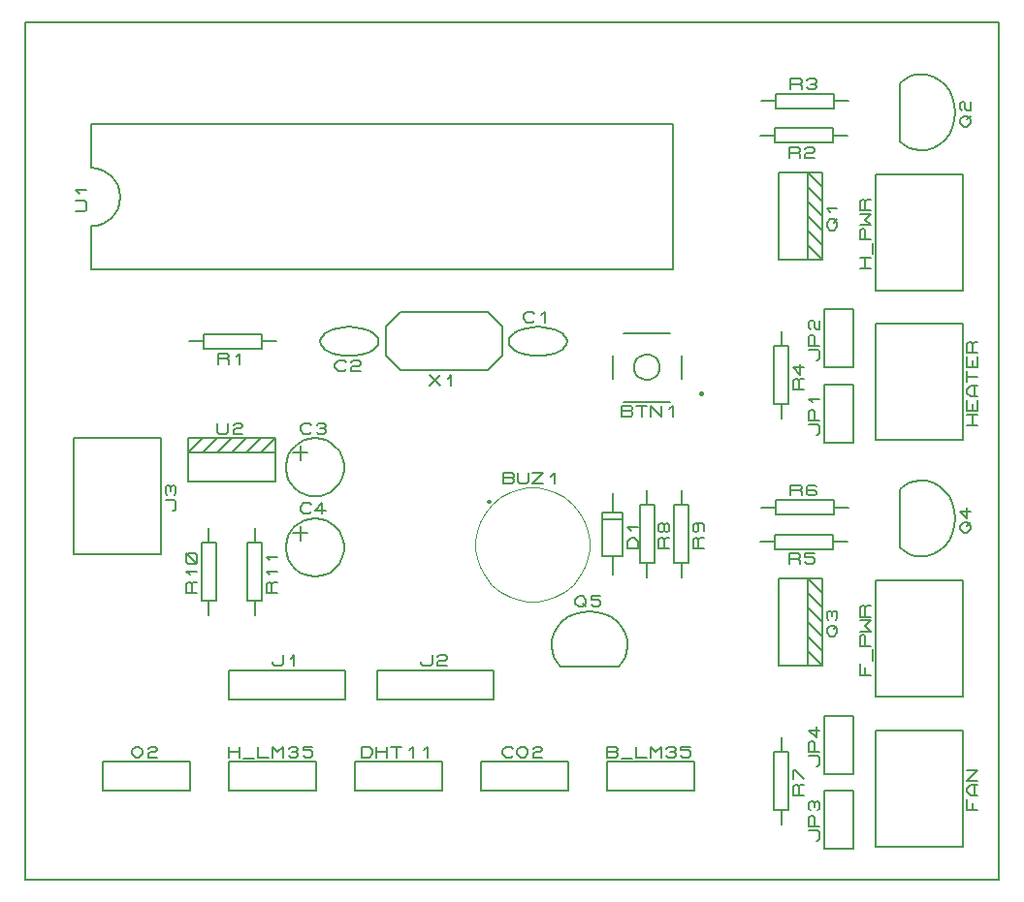
<source format=gbr>
G04 PROTEUS RS274X GERBER FILE*
%FSLAX45Y45*%
%MOMM*%
G01*
%ADD21C,0.203200*%
%ADD23C,0.120000*%
%ADD24C,0.200000*%
%ADD25C,0.127000*%
%ADD22C,0.254000*%
D21*
X+1529000Y+3548900D02*
X+2291000Y+3548900D01*
X+2291000Y+3802900D01*
X+1529000Y+3802900D01*
X+1529000Y+3548900D01*
X+1529000Y+3802900D02*
X+1529000Y+3929900D01*
X+2291000Y+3929900D01*
X+2291000Y+3802900D01*
X+1529000Y+3802900D02*
X+1656000Y+3929900D01*
X+1656000Y+3802900D02*
X+1783000Y+3929900D01*
X+1783000Y+3802900D02*
X+1910000Y+3929900D01*
X+1910000Y+3802900D02*
X+2037000Y+3929900D01*
X+2037000Y+3802900D02*
X+2164000Y+3929900D01*
X+2164000Y+3802900D02*
X+2291000Y+3929900D01*
X+1783000Y+4061980D02*
X+1783000Y+3985780D01*
X+1798875Y+3970540D01*
X+1862375Y+3970540D01*
X+1878250Y+3985780D01*
X+1878250Y+4061980D01*
X+1925875Y+4046740D02*
X+1941750Y+4061980D01*
X+1989375Y+4061980D01*
X+2005250Y+4046740D01*
X+2005250Y+4031500D01*
X+1989375Y+4016260D01*
X+1941750Y+4016260D01*
X+1925875Y+4001020D01*
X+1925875Y+3970540D01*
X+2005250Y+3970540D01*
X+2891000Y+3675900D02*
X+2890173Y+3696383D01*
X+2883455Y+3737350D01*
X+2869437Y+3778317D01*
X+2846659Y+3819284D01*
X+2811859Y+3860129D01*
X+2770892Y+3891745D01*
X+2729925Y+3912292D01*
X+2688958Y+3924529D01*
X+2647991Y+3929662D01*
X+2637000Y+3929900D01*
X+2383000Y+3675900D02*
X+2383827Y+3696383D01*
X+2390545Y+3737350D01*
X+2404563Y+3778317D01*
X+2427341Y+3819284D01*
X+2462141Y+3860129D01*
X+2503108Y+3891745D01*
X+2544075Y+3912292D01*
X+2585042Y+3924529D01*
X+2626009Y+3929662D01*
X+2637000Y+3929900D01*
X+2383000Y+3675900D02*
X+2383827Y+3655417D01*
X+2390545Y+3614450D01*
X+2404563Y+3573483D01*
X+2427341Y+3532516D01*
X+2462141Y+3491671D01*
X+2503108Y+3460055D01*
X+2544075Y+3439508D01*
X+2585042Y+3427271D01*
X+2626009Y+3422138D01*
X+2637000Y+3421900D01*
X+2891000Y+3675900D02*
X+2890173Y+3655417D01*
X+2883455Y+3614450D01*
X+2869437Y+3573483D01*
X+2846659Y+3532516D01*
X+2811859Y+3491671D01*
X+2770892Y+3460055D01*
X+2729925Y+3439508D01*
X+2688958Y+3427271D01*
X+2647991Y+3422138D01*
X+2637000Y+3421900D01*
X+2446500Y+3802900D02*
X+2573500Y+3802900D01*
X+2510000Y+3866400D02*
X+2510000Y+3739400D01*
X+2604330Y+3985780D02*
X+2588455Y+3970540D01*
X+2540830Y+3970540D01*
X+2509080Y+4001020D01*
X+2509080Y+4031500D01*
X+2540830Y+4061980D01*
X+2588455Y+4061980D01*
X+2604330Y+4046740D01*
X+2651955Y+4046740D02*
X+2667830Y+4061980D01*
X+2715455Y+4061980D01*
X+2731330Y+4046740D01*
X+2731330Y+4031500D01*
X+2715455Y+4016260D01*
X+2731330Y+4001020D01*
X+2731330Y+3985780D01*
X+2715455Y+3970540D01*
X+2667830Y+3970540D01*
X+2651955Y+3985780D01*
X+2683705Y+4016260D02*
X+2715455Y+4016260D01*
X+2891000Y+2975900D02*
X+2890173Y+2996383D01*
X+2883455Y+3037350D01*
X+2869437Y+3078317D01*
X+2846659Y+3119284D01*
X+2811859Y+3160129D01*
X+2770892Y+3191745D01*
X+2729925Y+3212292D01*
X+2688958Y+3224529D01*
X+2647991Y+3229662D01*
X+2637000Y+3229900D01*
X+2383000Y+2975900D02*
X+2383827Y+2996383D01*
X+2390545Y+3037350D01*
X+2404563Y+3078317D01*
X+2427341Y+3119284D01*
X+2462141Y+3160129D01*
X+2503108Y+3191745D01*
X+2544075Y+3212292D01*
X+2585042Y+3224529D01*
X+2626009Y+3229662D01*
X+2637000Y+3229900D01*
X+2383000Y+2975900D02*
X+2383827Y+2955417D01*
X+2390545Y+2914450D01*
X+2404563Y+2873483D01*
X+2427341Y+2832516D01*
X+2462141Y+2791671D01*
X+2503108Y+2760055D01*
X+2544075Y+2739508D01*
X+2585042Y+2727271D01*
X+2626009Y+2722138D01*
X+2637000Y+2721900D01*
X+2891000Y+2975900D02*
X+2890173Y+2955417D01*
X+2883455Y+2914450D01*
X+2869437Y+2873483D01*
X+2846659Y+2832516D01*
X+2811859Y+2791671D01*
X+2770892Y+2760055D01*
X+2729925Y+2739508D01*
X+2688958Y+2727271D01*
X+2647991Y+2722138D01*
X+2637000Y+2721900D01*
X+2446500Y+3102900D02*
X+2573500Y+3102900D01*
X+2510000Y+3166400D02*
X+2510000Y+3039400D01*
X+2604330Y+3285780D02*
X+2588455Y+3270540D01*
X+2540830Y+3270540D01*
X+2509080Y+3301020D01*
X+2509080Y+3331500D01*
X+2540830Y+3361980D01*
X+2588455Y+3361980D01*
X+2604330Y+3346740D01*
X+2731330Y+3301020D02*
X+2636080Y+3301020D01*
X+2699580Y+3361980D01*
X+2699580Y+3270540D01*
X+529000Y+3929900D02*
X+1291000Y+3929900D01*
X+1291000Y+2913900D02*
X+529000Y+2913900D01*
X+529000Y+3929900D02*
X+529000Y+2913900D01*
X+1291000Y+3929900D02*
X+1291000Y+2913900D01*
X+1392600Y+3294900D02*
X+1407840Y+3294900D01*
X+1423080Y+3310775D01*
X+1423080Y+3374275D01*
X+1407840Y+3390150D01*
X+1331640Y+3390150D01*
X+1346880Y+3437775D02*
X+1331640Y+3453650D01*
X+1331640Y+3501275D01*
X+1346880Y+3517150D01*
X+1362120Y+3517150D01*
X+1377360Y+3501275D01*
X+1392600Y+3517150D01*
X+1407840Y+3517150D01*
X+1423080Y+3501275D01*
X+1423080Y+3453650D01*
X+1407840Y+3437775D01*
X+1377360Y+3469525D02*
X+1377360Y+3501275D01*
X+1710000Y+2386900D02*
X+1710000Y+2513900D01*
X+1646500Y+2513900D02*
X+1773500Y+2513900D01*
X+1773500Y+3021900D01*
X+1646500Y+3021900D01*
X+1646500Y+2513900D01*
X+1710000Y+3021900D02*
X+1710000Y+3148900D01*
X+1605860Y+2577400D02*
X+1514420Y+2577400D01*
X+1514420Y+2656775D01*
X+1529660Y+2672650D01*
X+1544900Y+2672650D01*
X+1560140Y+2656775D01*
X+1560140Y+2577400D01*
X+1560140Y+2656775D02*
X+1575380Y+2672650D01*
X+1605860Y+2672650D01*
X+1544900Y+2736150D02*
X+1514420Y+2767900D01*
X+1605860Y+2767900D01*
X+1590620Y+2831400D02*
X+1529660Y+2831400D01*
X+1514420Y+2847275D01*
X+1514420Y+2910775D01*
X+1529660Y+2926650D01*
X+1590620Y+2926650D01*
X+1605860Y+2910775D01*
X+1605860Y+2847275D01*
X+1590620Y+2831400D01*
X+1605860Y+2831400D02*
X+1514420Y+2926650D01*
X+2110000Y+3148900D02*
X+2110000Y+3021900D01*
X+2046500Y+2513900D02*
X+2173500Y+2513900D01*
X+2173500Y+3021900D01*
X+2046500Y+3021900D01*
X+2046500Y+2513900D01*
X+2110000Y+2513900D02*
X+2110000Y+2386900D01*
X+2305580Y+2577400D02*
X+2214140Y+2577400D01*
X+2214140Y+2656775D01*
X+2229380Y+2672650D01*
X+2244620Y+2672650D01*
X+2259860Y+2656775D01*
X+2259860Y+2577400D01*
X+2259860Y+2656775D02*
X+2275100Y+2672650D01*
X+2305580Y+2672650D01*
X+2244620Y+2736150D02*
X+2214140Y+2767900D01*
X+2305580Y+2767900D01*
X+2244620Y+2863150D02*
X+2214140Y+2894900D01*
X+2305580Y+2894900D01*
X+6683000Y+5494900D02*
X+6937000Y+5494900D01*
X+6937000Y+6256900D01*
X+6683000Y+6256900D01*
X+6683000Y+5494900D01*
X+6937000Y+6256900D02*
X+7064000Y+6256900D01*
X+7064000Y+5494900D01*
X+6937000Y+5494900D01*
X+6937000Y+6256900D02*
X+7064000Y+6129900D01*
X+6937000Y+6129900D02*
X+7064000Y+6002900D01*
X+6937000Y+6002900D02*
X+7064000Y+5875900D01*
X+6937000Y+5875900D02*
X+7064000Y+5748900D01*
X+6937000Y+5748900D02*
X+7064000Y+5621900D01*
X+6937000Y+5621900D02*
X+7064000Y+5494900D01*
X+7135120Y+5748900D02*
X+7104640Y+5780650D01*
X+7104640Y+5812400D01*
X+7135120Y+5844150D01*
X+7165600Y+5844150D01*
X+7196080Y+5812400D01*
X+7196080Y+5780650D01*
X+7165600Y+5748900D01*
X+7135120Y+5748900D01*
X+7165600Y+5812400D02*
X+7196080Y+5844150D01*
X+7135120Y+5907650D02*
X+7104640Y+5939400D01*
X+7196080Y+5939400D01*
X+7744900Y+7033100D02*
X+7744900Y+6525100D01*
X+7910000Y+7109300D02*
X+7871702Y+7104538D01*
X+7832212Y+7090250D01*
X+7790342Y+7066438D01*
X+7744900Y+7033100D01*
X+7910000Y+7109300D02*
X+7974918Y+7106669D01*
X+8034953Y+7090188D01*
X+8088942Y+7061261D01*
X+8135722Y+7021293D01*
X+8174131Y+6971688D01*
X+8203005Y+6913851D01*
X+8221182Y+6849187D01*
X+8227500Y+6779100D01*
X+7910000Y+6448900D02*
X+7871702Y+6453662D01*
X+7832212Y+6467950D01*
X+7790342Y+6491762D01*
X+7744900Y+6525100D01*
X+7910000Y+6448900D02*
X+7974918Y+6451531D01*
X+8034953Y+6468012D01*
X+8088942Y+6496939D01*
X+8135722Y+6536907D01*
X+8174131Y+6586512D01*
X+8203005Y+6644349D01*
X+8221182Y+6709013D01*
X+8227500Y+6779100D01*
X+8298620Y+6652100D02*
X+8268140Y+6683850D01*
X+8268140Y+6715600D01*
X+8298620Y+6747350D01*
X+8329100Y+6747350D01*
X+8359580Y+6715600D01*
X+8359580Y+6683850D01*
X+8329100Y+6652100D01*
X+8298620Y+6652100D01*
X+8329100Y+6715600D02*
X+8359580Y+6747350D01*
X+8283380Y+6794975D02*
X+8268140Y+6810850D01*
X+8268140Y+6858475D01*
X+8283380Y+6874350D01*
X+8298620Y+6874350D01*
X+8313860Y+6858475D01*
X+8313860Y+6810850D01*
X+8329100Y+6794975D01*
X+8359580Y+6794975D01*
X+8359580Y+6874350D01*
X+7283000Y+6575900D02*
X+7156000Y+6575900D01*
X+6648000Y+6512400D02*
X+7156000Y+6512400D01*
X+7156000Y+6639400D01*
X+6648000Y+6639400D01*
X+6648000Y+6512400D01*
X+6648000Y+6575900D02*
X+6521000Y+6575900D01*
X+6775000Y+6380320D02*
X+6775000Y+6471760D01*
X+6854375Y+6471760D01*
X+6870250Y+6456520D01*
X+6870250Y+6441280D01*
X+6854375Y+6426040D01*
X+6775000Y+6426040D01*
X+6854375Y+6426040D02*
X+6870250Y+6410800D01*
X+6870250Y+6380320D01*
X+6917875Y+6456520D02*
X+6933750Y+6471760D01*
X+6981375Y+6471760D01*
X+6997250Y+6456520D01*
X+6997250Y+6441280D01*
X+6981375Y+6426040D01*
X+6933750Y+6426040D01*
X+6917875Y+6410800D01*
X+6917875Y+6380320D01*
X+6997250Y+6380320D01*
X+7299000Y+6875900D02*
X+7172000Y+6875900D01*
X+6664000Y+6812400D02*
X+7172000Y+6812400D01*
X+7172000Y+6939400D01*
X+6664000Y+6939400D01*
X+6664000Y+6812400D01*
X+6664000Y+6875900D02*
X+6537000Y+6875900D01*
X+6791000Y+6980320D02*
X+6791000Y+7071760D01*
X+6870375Y+7071760D01*
X+6886250Y+7056520D01*
X+6886250Y+7041280D01*
X+6870375Y+7026040D01*
X+6791000Y+7026040D01*
X+6870375Y+7026040D02*
X+6886250Y+7010800D01*
X+6886250Y+6980320D01*
X+6933875Y+7056520D02*
X+6949750Y+7071760D01*
X+6997375Y+7071760D01*
X+7013250Y+7056520D01*
X+7013250Y+7041280D01*
X+6997375Y+7026040D01*
X+7013250Y+7010800D01*
X+7013250Y+6995560D01*
X+6997375Y+6980320D01*
X+6949750Y+6980320D01*
X+6933875Y+6995560D01*
X+6965625Y+7026040D02*
X+6997375Y+7026040D01*
X+6710000Y+4864900D02*
X+6710000Y+4737900D01*
X+6646500Y+4229900D02*
X+6773500Y+4229900D01*
X+6773500Y+4737900D01*
X+6646500Y+4737900D01*
X+6646500Y+4229900D01*
X+6710000Y+4229900D02*
X+6710000Y+4102900D01*
X+6905580Y+4356900D02*
X+6814140Y+4356900D01*
X+6814140Y+4436275D01*
X+6829380Y+4452150D01*
X+6844620Y+4452150D01*
X+6859860Y+4436275D01*
X+6859860Y+4356900D01*
X+6859860Y+4436275D02*
X+6875100Y+4452150D01*
X+6905580Y+4452150D01*
X+6875100Y+4579150D02*
X+6875100Y+4483900D01*
X+6814140Y+4547400D01*
X+6905580Y+4547400D01*
X+7083000Y+3894900D02*
X+7337000Y+3894900D01*
X+7337000Y+4402900D01*
X+7083000Y+4402900D01*
X+7083000Y+3894900D01*
X+7011880Y+3958400D02*
X+7027120Y+3958400D01*
X+7042360Y+3974275D01*
X+7042360Y+4037775D01*
X+7027120Y+4053650D01*
X+6950920Y+4053650D01*
X+7042360Y+4085400D02*
X+6950920Y+4085400D01*
X+6950920Y+4164775D01*
X+6966160Y+4180650D01*
X+6981400Y+4180650D01*
X+6996640Y+4164775D01*
X+6996640Y+4085400D01*
X+6981400Y+4244150D02*
X+6950920Y+4275900D01*
X+7042360Y+4275900D01*
X+7529000Y+4929900D02*
X+8291000Y+4929900D01*
X+8291000Y+3913900D02*
X+7529000Y+3913900D01*
X+7529000Y+4929900D02*
X+7529000Y+3913900D01*
X+8291000Y+4929900D02*
X+8291000Y+3913900D01*
X+8423080Y+4040900D02*
X+8331640Y+4040900D01*
X+8331640Y+4136150D02*
X+8423080Y+4136150D01*
X+8377360Y+4040900D02*
X+8377360Y+4136150D01*
X+8423080Y+4263150D02*
X+8423080Y+4167900D01*
X+8331640Y+4167900D01*
X+8331640Y+4263150D01*
X+8377360Y+4167900D02*
X+8377360Y+4231400D01*
X+8423080Y+4294900D02*
X+8362120Y+4294900D01*
X+8331640Y+4326650D01*
X+8331640Y+4358400D01*
X+8362120Y+4390150D01*
X+8423080Y+4390150D01*
X+8392600Y+4294900D02*
X+8392600Y+4390150D01*
X+8331640Y+4421900D02*
X+8331640Y+4517150D01*
X+8331640Y+4469525D02*
X+8423080Y+4469525D01*
X+8423080Y+4644150D02*
X+8423080Y+4548900D01*
X+8331640Y+4548900D01*
X+8331640Y+4644150D01*
X+8377360Y+4548900D02*
X+8377360Y+4612400D01*
X+8423080Y+4675900D02*
X+8331640Y+4675900D01*
X+8331640Y+4755275D01*
X+8346880Y+4771150D01*
X+8362120Y+4771150D01*
X+8377360Y+4755275D01*
X+8377360Y+4675900D01*
X+8377360Y+4755275D02*
X+8392600Y+4771150D01*
X+8423080Y+4771150D01*
X+8291000Y+5221520D02*
X+7529000Y+5221520D01*
X+7529000Y+6237520D02*
X+8291000Y+6237520D01*
X+8291000Y+5221520D02*
X+8291000Y+6237520D01*
X+7529000Y+5221520D02*
X+7529000Y+6237520D01*
X+7488360Y+5412020D02*
X+7396920Y+5412020D01*
X+7396920Y+5507270D02*
X+7488360Y+5507270D01*
X+7442640Y+5412020D02*
X+7442640Y+5507270D01*
X+7503600Y+5539020D02*
X+7503600Y+5634270D01*
X+7488360Y+5666020D02*
X+7396920Y+5666020D01*
X+7396920Y+5745395D01*
X+7412160Y+5761270D01*
X+7427400Y+5761270D01*
X+7442640Y+5745395D01*
X+7442640Y+5666020D01*
X+7396920Y+5793020D02*
X+7488360Y+5793020D01*
X+7442640Y+5840645D01*
X+7488360Y+5888270D01*
X+7396920Y+5888270D01*
X+7488360Y+5920020D02*
X+7396920Y+5920020D01*
X+7396920Y+5999395D01*
X+7412160Y+6015270D01*
X+7427400Y+6015270D01*
X+7442640Y+5999395D01*
X+7442640Y+5920020D01*
X+7442640Y+5999395D02*
X+7457880Y+6015270D01*
X+7488360Y+6015270D01*
X+7083000Y+4548900D02*
X+7337000Y+4548900D01*
X+7337000Y+5056900D01*
X+7083000Y+5056900D01*
X+7083000Y+4548900D01*
X+7011880Y+4612400D02*
X+7027120Y+4612400D01*
X+7042360Y+4628275D01*
X+7042360Y+4691775D01*
X+7027120Y+4707650D01*
X+6950920Y+4707650D01*
X+7042360Y+4739400D02*
X+6950920Y+4739400D01*
X+6950920Y+4818775D01*
X+6966160Y+4834650D01*
X+6981400Y+4834650D01*
X+6996640Y+4818775D01*
X+6996640Y+4739400D01*
X+6966160Y+4882275D02*
X+6950920Y+4898150D01*
X+6950920Y+4945775D01*
X+6966160Y+4961650D01*
X+6981400Y+4961650D01*
X+6996640Y+4945775D01*
X+6996640Y+4898150D01*
X+7011880Y+4882275D01*
X+7042360Y+4882275D01*
X+7042360Y+4961650D01*
X+6683000Y+1945505D02*
X+6937000Y+1945505D01*
X+6937000Y+2707505D01*
X+6683000Y+2707505D01*
X+6683000Y+1945505D01*
X+6937000Y+2707505D02*
X+7064000Y+2707505D01*
X+7064000Y+1945505D01*
X+6937000Y+1945505D01*
X+6937000Y+2707505D02*
X+7064000Y+2580505D01*
X+6937000Y+2580505D02*
X+7064000Y+2453505D01*
X+6937000Y+2453505D02*
X+7064000Y+2326505D01*
X+6937000Y+2326505D02*
X+7064000Y+2199505D01*
X+6937000Y+2199505D02*
X+7064000Y+2072505D01*
X+6937000Y+2072505D02*
X+7064000Y+1945505D01*
X+7135120Y+2199505D02*
X+7104640Y+2231255D01*
X+7104640Y+2263005D01*
X+7135120Y+2294755D01*
X+7165600Y+2294755D01*
X+7196080Y+2263005D01*
X+7196080Y+2231255D01*
X+7165600Y+2199505D01*
X+7135120Y+2199505D01*
X+7165600Y+2263005D02*
X+7196080Y+2294755D01*
X+7119880Y+2342380D02*
X+7104640Y+2358255D01*
X+7104640Y+2405880D01*
X+7119880Y+2421755D01*
X+7135120Y+2421755D01*
X+7150360Y+2405880D01*
X+7165600Y+2421755D01*
X+7180840Y+2421755D01*
X+7196080Y+2405880D01*
X+7196080Y+2358255D01*
X+7180840Y+2342380D01*
X+7150360Y+2374130D02*
X+7150360Y+2405880D01*
X+7744900Y+3483705D02*
X+7744900Y+2975705D01*
X+7910000Y+3559905D02*
X+7871702Y+3555142D01*
X+7832212Y+3540855D01*
X+7790342Y+3517042D01*
X+7744900Y+3483705D01*
X+7910000Y+3559905D02*
X+7974918Y+3557274D01*
X+8034953Y+3540793D01*
X+8088942Y+3511866D01*
X+8135722Y+3471898D01*
X+8174131Y+3422293D01*
X+8203005Y+3364456D01*
X+8221182Y+3299792D01*
X+8227500Y+3229705D01*
X+7910000Y+2899505D02*
X+7871702Y+2904268D01*
X+7832212Y+2918555D01*
X+7790342Y+2942368D01*
X+7744900Y+2975705D01*
X+7910000Y+2899505D02*
X+7974918Y+2902136D01*
X+8034953Y+2918617D01*
X+8088942Y+2947544D01*
X+8135722Y+2987512D01*
X+8174131Y+3037117D01*
X+8203005Y+3094954D01*
X+8221182Y+3159618D01*
X+8227500Y+3229705D01*
X+8298620Y+3102705D02*
X+8268140Y+3134455D01*
X+8268140Y+3166205D01*
X+8298620Y+3197955D01*
X+8329100Y+3197955D01*
X+8359580Y+3166205D01*
X+8359580Y+3134455D01*
X+8329100Y+3102705D01*
X+8298620Y+3102705D01*
X+8329100Y+3166205D02*
X+8359580Y+3197955D01*
X+8329100Y+3324955D02*
X+8329100Y+3229705D01*
X+8268140Y+3293205D01*
X+8359580Y+3293205D01*
X+7283000Y+3026505D02*
X+7156000Y+3026505D01*
X+6648000Y+2963005D02*
X+7156000Y+2963005D01*
X+7156000Y+3090005D01*
X+6648000Y+3090005D01*
X+6648000Y+2963005D01*
X+6648000Y+3026505D02*
X+6521000Y+3026505D01*
X+6775000Y+2830925D02*
X+6775000Y+2922365D01*
X+6854375Y+2922365D01*
X+6870250Y+2907125D01*
X+6870250Y+2891885D01*
X+6854375Y+2876645D01*
X+6775000Y+2876645D01*
X+6854375Y+2876645D02*
X+6870250Y+2861405D01*
X+6870250Y+2830925D01*
X+6997250Y+2922365D02*
X+6917875Y+2922365D01*
X+6917875Y+2891885D01*
X+6981375Y+2891885D01*
X+6997250Y+2876645D01*
X+6997250Y+2846165D01*
X+6981375Y+2830925D01*
X+6933750Y+2830925D01*
X+6917875Y+2846165D01*
X+7299000Y+3326505D02*
X+7172000Y+3326505D01*
X+6664000Y+3263005D02*
X+7172000Y+3263005D01*
X+7172000Y+3390005D01*
X+6664000Y+3390005D01*
X+6664000Y+3263005D01*
X+6664000Y+3326505D02*
X+6537000Y+3326505D01*
X+6791000Y+3430925D02*
X+6791000Y+3522365D01*
X+6870375Y+3522365D01*
X+6886250Y+3507125D01*
X+6886250Y+3491885D01*
X+6870375Y+3476645D01*
X+6791000Y+3476645D01*
X+6870375Y+3476645D02*
X+6886250Y+3461405D01*
X+6886250Y+3430925D01*
X+7013250Y+3507125D02*
X+6997375Y+3522365D01*
X+6949750Y+3522365D01*
X+6933875Y+3507125D01*
X+6933875Y+3446165D01*
X+6949750Y+3430925D01*
X+6997375Y+3430925D01*
X+7013250Y+3446165D01*
X+7013250Y+3461405D01*
X+6997375Y+3476645D01*
X+6933875Y+3476645D01*
X+6710000Y+1315505D02*
X+6710000Y+1188505D01*
X+6646500Y+680505D02*
X+6773500Y+680505D01*
X+6773500Y+1188505D01*
X+6646500Y+1188505D01*
X+6646500Y+680505D01*
X+6710000Y+680505D02*
X+6710000Y+553505D01*
X+6905580Y+807505D02*
X+6814140Y+807505D01*
X+6814140Y+886880D01*
X+6829380Y+902755D01*
X+6844620Y+902755D01*
X+6859860Y+886880D01*
X+6859860Y+807505D01*
X+6859860Y+886880D02*
X+6875100Y+902755D01*
X+6905580Y+902755D01*
X+6814140Y+950380D02*
X+6814140Y+1029755D01*
X+6829380Y+1029755D01*
X+6905580Y+950380D01*
X+7083000Y+345505D02*
X+7337000Y+345505D01*
X+7337000Y+853505D01*
X+7083000Y+853505D01*
X+7083000Y+345505D01*
X+7011880Y+409005D02*
X+7027120Y+409005D01*
X+7042360Y+424880D01*
X+7042360Y+488380D01*
X+7027120Y+504255D01*
X+6950920Y+504255D01*
X+7042360Y+536005D02*
X+6950920Y+536005D01*
X+6950920Y+615380D01*
X+6966160Y+631255D01*
X+6981400Y+631255D01*
X+6996640Y+615380D01*
X+6996640Y+536005D01*
X+6966160Y+678880D02*
X+6950920Y+694755D01*
X+6950920Y+742380D01*
X+6966160Y+758255D01*
X+6981400Y+758255D01*
X+6996640Y+742380D01*
X+7011880Y+758255D01*
X+7027120Y+758255D01*
X+7042360Y+742380D01*
X+7042360Y+694755D01*
X+7027120Y+678880D01*
X+6996640Y+710630D02*
X+6996640Y+742380D01*
X+7529000Y+1380505D02*
X+8291000Y+1380505D01*
X+8291000Y+364505D02*
X+7529000Y+364505D01*
X+7529000Y+1380505D02*
X+7529000Y+364505D01*
X+8291000Y+1380505D02*
X+8291000Y+364505D01*
X+8423080Y+682005D02*
X+8331640Y+682005D01*
X+8331640Y+777255D01*
X+8377360Y+682005D02*
X+8377360Y+745505D01*
X+8423080Y+809005D02*
X+8362120Y+809005D01*
X+8331640Y+840755D01*
X+8331640Y+872505D01*
X+8362120Y+904255D01*
X+8423080Y+904255D01*
X+8392600Y+809005D02*
X+8392600Y+904255D01*
X+8423080Y+936005D02*
X+8331640Y+936005D01*
X+8423080Y+1031255D01*
X+8331640Y+1031255D01*
X+8291000Y+1672125D02*
X+7529000Y+1672125D01*
X+7529000Y+2688125D02*
X+8291000Y+2688125D01*
X+8291000Y+1672125D02*
X+8291000Y+2688125D01*
X+7529000Y+1672125D02*
X+7529000Y+2688125D01*
X+7488360Y+1862625D02*
X+7396920Y+1862625D01*
X+7396920Y+1957875D01*
X+7442640Y+1862625D02*
X+7442640Y+1926125D01*
X+7503600Y+1989625D02*
X+7503600Y+2084875D01*
X+7488360Y+2116625D02*
X+7396920Y+2116625D01*
X+7396920Y+2196000D01*
X+7412160Y+2211875D01*
X+7427400Y+2211875D01*
X+7442640Y+2196000D01*
X+7442640Y+2116625D01*
X+7396920Y+2243625D02*
X+7488360Y+2243625D01*
X+7442640Y+2291250D01*
X+7488360Y+2338875D01*
X+7396920Y+2338875D01*
X+7488360Y+2370625D02*
X+7396920Y+2370625D01*
X+7396920Y+2450000D01*
X+7412160Y+2465875D01*
X+7427400Y+2465875D01*
X+7442640Y+2450000D01*
X+7442640Y+2370625D01*
X+7442640Y+2450000D02*
X+7457880Y+2465875D01*
X+7488360Y+2465875D01*
X+7083000Y+999505D02*
X+7337000Y+999505D01*
X+7337000Y+1507505D01*
X+7083000Y+1507505D01*
X+7083000Y+999505D01*
X+7011880Y+1063005D02*
X+7027120Y+1063005D01*
X+7042360Y+1078880D01*
X+7042360Y+1142380D01*
X+7027120Y+1158255D01*
X+6950920Y+1158255D01*
X+7042360Y+1190005D02*
X+6950920Y+1190005D01*
X+6950920Y+1269380D01*
X+6966160Y+1285255D01*
X+6981400Y+1285255D01*
X+6996640Y+1269380D01*
X+6996640Y+1190005D01*
X+7011880Y+1412255D02*
X+7011880Y+1317005D01*
X+6950920Y+1380505D01*
X+7042360Y+1380505D01*
X+4781000Y+1935800D02*
X+5289000Y+1935800D01*
X+4704800Y+2100900D02*
X+4709562Y+2062602D01*
X+4723850Y+2023112D01*
X+4747662Y+1981242D01*
X+4781000Y+1935800D01*
X+4704800Y+2100900D02*
X+4707431Y+2165818D01*
X+4723912Y+2225853D01*
X+4752839Y+2279842D01*
X+4792807Y+2326622D01*
X+4842412Y+2365031D01*
X+4900249Y+2393905D01*
X+4964913Y+2412083D01*
X+5035000Y+2418400D01*
X+5365200Y+2100900D02*
X+5360438Y+2062602D01*
X+5346150Y+2023112D01*
X+5322338Y+1981242D01*
X+5289000Y+1935800D01*
X+5365200Y+2100900D02*
X+5362569Y+2165818D01*
X+5346088Y+2225853D01*
X+5317161Y+2279842D01*
X+5277193Y+2326622D01*
X+5227588Y+2365031D01*
X+5169751Y+2393905D01*
X+5105087Y+2412083D01*
X+5035000Y+2418400D01*
X+4908000Y+2520000D02*
X+4939750Y+2550480D01*
X+4971500Y+2550480D01*
X+5003250Y+2520000D01*
X+5003250Y+2489520D01*
X+4971500Y+2459040D01*
X+4939750Y+2459040D01*
X+4908000Y+2489520D01*
X+4908000Y+2520000D01*
X+4971500Y+2489520D02*
X+5003250Y+2459040D01*
X+5130250Y+2550480D02*
X+5050875Y+2550480D01*
X+5050875Y+2520000D01*
X+5114375Y+2520000D01*
X+5130250Y+2504760D01*
X+5130250Y+2474280D01*
X+5114375Y+2459040D01*
X+5066750Y+2459040D01*
X+5050875Y+2474280D01*
D23*
X+5035000Y+3000900D02*
X+5033469Y+3040000D01*
X+5021046Y+3118201D01*
X+4995194Y+3196402D01*
X+4953434Y+3274603D01*
X+4890195Y+3352804D01*
X+4812002Y+3417157D01*
X+4733801Y+3459679D01*
X+4655600Y+3486138D01*
X+4577399Y+3499099D01*
X+4535000Y+3500900D01*
X+4035000Y+3000900D02*
X+4036531Y+3040000D01*
X+4048954Y+3118201D01*
X+4074806Y+3196402D01*
X+4116566Y+3274603D01*
X+4179805Y+3352804D01*
X+4257998Y+3417157D01*
X+4336199Y+3459679D01*
X+4414400Y+3486138D01*
X+4492601Y+3499099D01*
X+4535000Y+3500900D01*
X+4035000Y+3000900D02*
X+4036531Y+2961800D01*
X+4048954Y+2883599D01*
X+4074806Y+2805398D01*
X+4116566Y+2727197D01*
X+4179805Y+2648996D01*
X+4257998Y+2584643D01*
X+4336199Y+2542121D01*
X+4414400Y+2515662D01*
X+4492601Y+2502701D01*
X+4535000Y+2500900D01*
X+5035000Y+3000900D02*
X+5033469Y+2961800D01*
X+5021046Y+2883599D01*
X+4995194Y+2805398D01*
X+4953434Y+2727197D01*
X+4890195Y+2648996D01*
X+4812002Y+2584643D01*
X+4733801Y+2542121D01*
X+4655600Y+2515662D01*
X+4577399Y+2502701D01*
X+4535000Y+2500900D01*
D24*
X+4169000Y+3376900D02*
X+4168965Y+3377731D01*
X+4168684Y+3379395D01*
X+4168094Y+3381059D01*
X+4167130Y+3382723D01*
X+4165655Y+3384364D01*
X+4163991Y+3385565D01*
X+4162327Y+3386330D01*
X+4160663Y+3386761D01*
X+4159000Y+3386900D01*
X+4149000Y+3376900D02*
X+4149035Y+3377731D01*
X+4149316Y+3379395D01*
X+4149906Y+3381059D01*
X+4150870Y+3382723D01*
X+4152345Y+3384364D01*
X+4154009Y+3385565D01*
X+4155673Y+3386330D01*
X+4157337Y+3386761D01*
X+4159000Y+3386900D01*
X+4149000Y+3376900D02*
X+4149035Y+3376069D01*
X+4149316Y+3374405D01*
X+4149906Y+3372741D01*
X+4150870Y+3371077D01*
X+4152345Y+3369436D01*
X+4154009Y+3368235D01*
X+4155673Y+3367470D01*
X+4157337Y+3367039D01*
X+4159000Y+3366900D01*
X+4169000Y+3376900D02*
X+4168965Y+3376069D01*
X+4168684Y+3374405D01*
X+4168094Y+3372741D01*
X+4167130Y+3371077D01*
X+4165655Y+3369436D01*
X+4163991Y+3368235D01*
X+4162327Y+3367470D01*
X+4160663Y+3367039D01*
X+4159000Y+3366900D01*
D21*
X+4281000Y+3537380D02*
X+4281000Y+3628820D01*
X+4360375Y+3628820D01*
X+4376250Y+3613580D01*
X+4376250Y+3598340D01*
X+4360375Y+3583100D01*
X+4376250Y+3567860D01*
X+4376250Y+3552620D01*
X+4360375Y+3537380D01*
X+4281000Y+3537380D01*
X+4281000Y+3583100D02*
X+4360375Y+3583100D01*
X+4408000Y+3628820D02*
X+4408000Y+3552620D01*
X+4423875Y+3537380D01*
X+4487375Y+3537380D01*
X+4503250Y+3552620D01*
X+4503250Y+3628820D01*
X+4535000Y+3628820D02*
X+4630250Y+3628820D01*
X+4535000Y+3537380D01*
X+4630250Y+3537380D01*
X+4693750Y+3598340D02*
X+4725500Y+3628820D01*
X+4725500Y+3537380D01*
X+5143560Y+2902400D02*
X+5326440Y+2902400D01*
X+5326440Y+3283400D01*
X+5143560Y+3283400D01*
X+5143560Y+2902400D01*
X+5323900Y+3219900D02*
X+5146100Y+3219900D01*
X+5235000Y+2902400D02*
X+5235000Y+2737300D01*
X+5235000Y+3283400D02*
X+5235000Y+3448500D01*
X+5458520Y+2965900D02*
X+5367080Y+2965900D01*
X+5367080Y+3029400D01*
X+5397560Y+3061150D01*
X+5428040Y+3061150D01*
X+5458520Y+3029400D01*
X+5458520Y+2965900D01*
X+5397560Y+3124650D02*
X+5367080Y+3156400D01*
X+5458520Y+3156400D01*
X+5535000Y+3473900D02*
X+5535000Y+3346900D01*
X+5471500Y+2838900D02*
X+5598500Y+2838900D01*
X+5598500Y+3346900D01*
X+5471500Y+3346900D01*
X+5471500Y+2838900D01*
X+5535000Y+2838900D02*
X+5535000Y+2711900D01*
X+5730580Y+2965900D02*
X+5639140Y+2965900D01*
X+5639140Y+3045275D01*
X+5654380Y+3061150D01*
X+5669620Y+3061150D01*
X+5684860Y+3045275D01*
X+5684860Y+2965900D01*
X+5684860Y+3045275D02*
X+5700100Y+3061150D01*
X+5730580Y+3061150D01*
X+5684860Y+3124650D02*
X+5669620Y+3108775D01*
X+5654380Y+3108775D01*
X+5639140Y+3124650D01*
X+5639140Y+3172275D01*
X+5654380Y+3188150D01*
X+5669620Y+3188150D01*
X+5684860Y+3172275D01*
X+5684860Y+3124650D01*
X+5700100Y+3108775D01*
X+5715340Y+3108775D01*
X+5730580Y+3124650D01*
X+5730580Y+3172275D01*
X+5715340Y+3188150D01*
X+5700100Y+3188150D01*
X+5684860Y+3172275D01*
X+5835000Y+3473900D02*
X+5835000Y+3346900D01*
X+5771500Y+2838900D02*
X+5898500Y+2838900D01*
X+5898500Y+3346900D01*
X+5771500Y+3346900D01*
X+5771500Y+2838900D01*
X+5835000Y+2838900D02*
X+5835000Y+2711900D01*
X+6030580Y+2965900D02*
X+5939140Y+2965900D01*
X+5939140Y+3045275D01*
X+5954380Y+3061150D01*
X+5969620Y+3061150D01*
X+5984860Y+3045275D01*
X+5984860Y+2965900D01*
X+5984860Y+3045275D02*
X+6000100Y+3061150D01*
X+6030580Y+3061150D01*
X+5969620Y+3188150D02*
X+5984860Y+3172275D01*
X+5984860Y+3124650D01*
X+5969620Y+3108775D01*
X+5954380Y+3108775D01*
X+5939140Y+3124650D01*
X+5939140Y+3172275D01*
X+5954380Y+3188150D01*
X+6015340Y+3188150D01*
X+6030580Y+3172275D01*
X+6030580Y+3124650D01*
X+937000Y+6037900D02*
X+931920Y+6089652D01*
X+917315Y+6137595D01*
X+894138Y+6180775D01*
X+863340Y+6218240D01*
X+825875Y+6249038D01*
X+782695Y+6272215D01*
X+734752Y+6286820D01*
X+683000Y+6291900D01*
X+937000Y+6037900D02*
X+931920Y+5985418D01*
X+917315Y+5937133D01*
X+894138Y+5893909D01*
X+863340Y+5856608D01*
X+825875Y+5826093D01*
X+782695Y+5803228D01*
X+734752Y+5788876D01*
X+683000Y+5783900D01*
X+683000Y+6291900D02*
X+683000Y+6672900D01*
X+5763000Y+6672900D02*
X+5763000Y+5402900D01*
X+683000Y+5402900D02*
X+683000Y+5783900D01*
X+683000Y+6672900D02*
X+5763000Y+6672900D01*
X+683000Y+5402900D02*
X+5763000Y+5402900D01*
X+550920Y+5910900D02*
X+627120Y+5910900D01*
X+642360Y+5926775D01*
X+642360Y+5990275D01*
X+627120Y+6006150D01*
X+550920Y+6006150D01*
X+581400Y+6069650D02*
X+550920Y+6101400D01*
X+642360Y+6101400D01*
X+4145000Y+4521900D02*
X+3383000Y+4521900D01*
X+3256000Y+4648900D01*
X+3256000Y+4902900D01*
X+3383000Y+5029900D01*
X+4145000Y+5029900D01*
X+4272000Y+4902900D01*
X+4272000Y+4648900D01*
X+4145000Y+4521900D01*
X+3637000Y+4481260D02*
X+3732250Y+4389820D01*
X+3637000Y+4389820D02*
X+3732250Y+4481260D01*
X+3795750Y+4450780D02*
X+3827500Y+4481260D01*
X+3827500Y+4389820D01*
X+4329000Y+4775900D02*
X+4334080Y+4801776D01*
X+4348685Y+4825748D01*
X+4371862Y+4847338D01*
X+4402660Y+4866070D01*
X+4440125Y+4881469D01*
X+4483305Y+4893058D01*
X+4531248Y+4900360D01*
X+4583000Y+4902900D01*
X+4837000Y+4775900D02*
X+4831920Y+4801776D01*
X+4817315Y+4825748D01*
X+4794138Y+4847338D01*
X+4763340Y+4866070D01*
X+4725875Y+4881469D01*
X+4682695Y+4893058D01*
X+4634752Y+4900360D01*
X+4583000Y+4902900D01*
X+4329000Y+4775900D02*
X+4334080Y+4750024D01*
X+4348685Y+4726052D01*
X+4371862Y+4704462D01*
X+4402660Y+4685730D01*
X+4440125Y+4670331D01*
X+4483305Y+4658742D01*
X+4531248Y+4651440D01*
X+4583000Y+4648900D01*
X+4837000Y+4775900D02*
X+4831920Y+4750024D01*
X+4817315Y+4726052D01*
X+4794138Y+4704462D01*
X+4763340Y+4685730D01*
X+4725875Y+4670331D01*
X+4682695Y+4658742D01*
X+4634752Y+4651440D01*
X+4583000Y+4648900D01*
X+4551250Y+4958780D02*
X+4535375Y+4943540D01*
X+4487750Y+4943540D01*
X+4456000Y+4974020D01*
X+4456000Y+5004500D01*
X+4487750Y+5034980D01*
X+4535375Y+5034980D01*
X+4551250Y+5019740D01*
X+4614750Y+5004500D02*
X+4646500Y+5034980D01*
X+4646500Y+4943540D01*
X+3191000Y+4775900D02*
X+3185920Y+4750024D01*
X+3171315Y+4726052D01*
X+3148138Y+4704462D01*
X+3117340Y+4685730D01*
X+3079875Y+4670331D01*
X+3036695Y+4658742D01*
X+2988752Y+4651440D01*
X+2937000Y+4648900D01*
X+2683000Y+4775900D02*
X+2688080Y+4750024D01*
X+2702685Y+4726052D01*
X+2725862Y+4704462D01*
X+2756660Y+4685730D01*
X+2794125Y+4670331D01*
X+2837305Y+4658742D01*
X+2885248Y+4651440D01*
X+2937000Y+4648900D01*
X+3191000Y+4775900D02*
X+3185920Y+4801776D01*
X+3171315Y+4825748D01*
X+3148138Y+4847338D01*
X+3117340Y+4866070D01*
X+3079875Y+4881469D01*
X+3036695Y+4893058D01*
X+2988752Y+4900360D01*
X+2937000Y+4902900D01*
X+2683000Y+4775900D02*
X+2688080Y+4801776D01*
X+2702685Y+4825748D01*
X+2725862Y+4847338D01*
X+2756660Y+4866070D01*
X+2794125Y+4881469D01*
X+2837305Y+4893058D01*
X+2885248Y+4900360D01*
X+2937000Y+4902900D01*
X+2905250Y+4532060D02*
X+2889375Y+4516820D01*
X+2841750Y+4516820D01*
X+2810000Y+4547300D01*
X+2810000Y+4577780D01*
X+2841750Y+4608260D01*
X+2889375Y+4608260D01*
X+2905250Y+4593020D01*
X+2952875Y+4593020D02*
X+2968750Y+4608260D01*
X+3016375Y+4608260D01*
X+3032250Y+4593020D01*
X+3032250Y+4577780D01*
X+3016375Y+4562540D01*
X+2968750Y+4562540D01*
X+2952875Y+4547300D01*
X+2952875Y+4516820D01*
X+3032250Y+4516820D01*
X+2299000Y+4775900D02*
X+2172000Y+4775900D01*
X+1664000Y+4712400D02*
X+2172000Y+4712400D01*
X+2172000Y+4839400D01*
X+1664000Y+4839400D01*
X+1664000Y+4712400D01*
X+1664000Y+4775900D02*
X+1537000Y+4775900D01*
X+1791000Y+4580320D02*
X+1791000Y+4671760D01*
X+1870375Y+4671760D01*
X+1886250Y+4656520D01*
X+1886250Y+4641280D01*
X+1870375Y+4626040D01*
X+1791000Y+4626040D01*
X+1870375Y+4626040D02*
X+1886250Y+4610800D01*
X+1886250Y+4580320D01*
X+1949750Y+4641280D02*
X+1981500Y+4671760D01*
X+1981500Y+4580320D01*
D25*
X+5735000Y+4250900D02*
X+5335000Y+4250900D01*
X+5235000Y+4450900D02*
X+5235000Y+4650900D01*
X+5835000Y+4450900D02*
X+5835000Y+4650900D01*
X+5735000Y+4850900D02*
X+5335000Y+4850900D01*
X+5647000Y+4550900D02*
X+5646622Y+4560097D01*
X+5643548Y+4578493D01*
X+5637123Y+4596889D01*
X+5626644Y+4615285D01*
X+5610611Y+4633526D01*
X+5592215Y+4647183D01*
X+5573819Y+4655958D01*
X+5555423Y+4661022D01*
X+5537027Y+4662882D01*
X+5535000Y+4662900D01*
X+5423000Y+4550900D02*
X+5423378Y+4560097D01*
X+5426452Y+4578493D01*
X+5432877Y+4596889D01*
X+5443356Y+4615285D01*
X+5459389Y+4633526D01*
X+5477785Y+4647183D01*
X+5496181Y+4655958D01*
X+5514577Y+4661022D01*
X+5532973Y+4662882D01*
X+5535000Y+4662900D01*
X+5423000Y+4550900D02*
X+5423378Y+4541703D01*
X+5426452Y+4523307D01*
X+5432877Y+4504911D01*
X+5443356Y+4486515D01*
X+5459389Y+4468274D01*
X+5477785Y+4454617D01*
X+5496181Y+4445842D01*
X+5514577Y+4440778D01*
X+5532973Y+4438918D01*
X+5535000Y+4438900D01*
X+5647000Y+4550900D02*
X+5646622Y+4541703D01*
X+5643548Y+4523307D01*
X+5637123Y+4504911D01*
X+5626644Y+4486515D01*
X+5610611Y+4468274D01*
X+5592215Y+4454617D01*
X+5573819Y+4445842D01*
X+5555423Y+4440778D01*
X+5537027Y+4438918D01*
X+5535000Y+4438900D01*
D22*
X+6018000Y+4323900D02*
X+6017966Y+4324719D01*
X+6017688Y+4326358D01*
X+6017108Y+4327997D01*
X+6016158Y+4329636D01*
X+6014706Y+4331252D01*
X+6013067Y+4332436D01*
X+6011428Y+4333190D01*
X+6009789Y+4333614D01*
X+6008150Y+4333752D01*
X+6008148Y+4333752D01*
X+5998296Y+4323900D02*
X+5998330Y+4324719D01*
X+5998608Y+4326358D01*
X+5999188Y+4327997D01*
X+6000138Y+4329636D01*
X+6001590Y+4331252D01*
X+6003229Y+4332436D01*
X+6004868Y+4333190D01*
X+6006507Y+4333614D01*
X+6008146Y+4333752D01*
X+6008148Y+4333752D01*
X+5998296Y+4323900D02*
X+5998330Y+4323081D01*
X+5998608Y+4321442D01*
X+5999188Y+4319803D01*
X+6000138Y+4318164D01*
X+6001590Y+4316548D01*
X+6003229Y+4315364D01*
X+6004868Y+4314610D01*
X+6006507Y+4314186D01*
X+6008146Y+4314048D01*
X+6008148Y+4314048D01*
X+6018000Y+4323900D02*
X+6017966Y+4323081D01*
X+6017688Y+4321442D01*
X+6017108Y+4319803D01*
X+6016158Y+4318164D01*
X+6014706Y+4316548D01*
X+6013067Y+4315364D01*
X+6011428Y+4314610D01*
X+6009789Y+4314186D01*
X+6008150Y+4314048D01*
X+6008148Y+4314048D01*
D21*
X+5315100Y+4122630D02*
X+5315100Y+4214070D01*
X+5394475Y+4214070D01*
X+5410350Y+4198830D01*
X+5410350Y+4183590D01*
X+5394475Y+4168350D01*
X+5410350Y+4153110D01*
X+5410350Y+4137870D01*
X+5394475Y+4122630D01*
X+5315100Y+4122630D01*
X+5315100Y+4168350D02*
X+5394475Y+4168350D01*
X+5442100Y+4214070D02*
X+5537350Y+4214070D01*
X+5489725Y+4214070D02*
X+5489725Y+4122630D01*
X+5569100Y+4122630D02*
X+5569100Y+4214070D01*
X+5664350Y+4122630D01*
X+5664350Y+4214070D01*
X+5727850Y+4183590D02*
X+5759600Y+4214070D01*
X+5759600Y+4122630D01*
X+5183000Y+848900D02*
X+5945000Y+848900D01*
X+5945000Y+1102900D01*
X+5183000Y+1102900D01*
X+5183000Y+848900D01*
X+5183000Y+1143540D02*
X+5183000Y+1234980D01*
X+5262375Y+1234980D01*
X+5278250Y+1219740D01*
X+5278250Y+1204500D01*
X+5262375Y+1189260D01*
X+5278250Y+1174020D01*
X+5278250Y+1158780D01*
X+5262375Y+1143540D01*
X+5183000Y+1143540D01*
X+5183000Y+1189260D02*
X+5262375Y+1189260D01*
X+5310000Y+1128300D02*
X+5405250Y+1128300D01*
X+5437000Y+1234980D02*
X+5437000Y+1143540D01*
X+5532250Y+1143540D01*
X+5564000Y+1143540D02*
X+5564000Y+1234980D01*
X+5611625Y+1189260D01*
X+5659250Y+1234980D01*
X+5659250Y+1143540D01*
X+5706875Y+1219740D02*
X+5722750Y+1234980D01*
X+5770375Y+1234980D01*
X+5786250Y+1219740D01*
X+5786250Y+1204500D01*
X+5770375Y+1189260D01*
X+5786250Y+1174020D01*
X+5786250Y+1158780D01*
X+5770375Y+1143540D01*
X+5722750Y+1143540D01*
X+5706875Y+1158780D01*
X+5738625Y+1189260D02*
X+5770375Y+1189260D01*
X+5913250Y+1234980D02*
X+5833875Y+1234980D01*
X+5833875Y+1204500D01*
X+5897375Y+1204500D01*
X+5913250Y+1189260D01*
X+5913250Y+1158780D01*
X+5897375Y+1143540D01*
X+5849750Y+1143540D01*
X+5833875Y+1158780D01*
X+4083000Y+848900D02*
X+4845000Y+848900D01*
X+4845000Y+1102900D01*
X+4083000Y+1102900D01*
X+4083000Y+848900D01*
X+4368750Y+1158780D02*
X+4352875Y+1143540D01*
X+4305250Y+1143540D01*
X+4273500Y+1174020D01*
X+4273500Y+1204500D01*
X+4305250Y+1234980D01*
X+4352875Y+1234980D01*
X+4368750Y+1219740D01*
X+4400500Y+1204500D02*
X+4432250Y+1234980D01*
X+4464000Y+1234980D01*
X+4495750Y+1204500D01*
X+4495750Y+1174020D01*
X+4464000Y+1143540D01*
X+4432250Y+1143540D01*
X+4400500Y+1174020D01*
X+4400500Y+1204500D01*
X+4543375Y+1219740D02*
X+4559250Y+1234980D01*
X+4606875Y+1234980D01*
X+4622750Y+1219740D01*
X+4622750Y+1204500D01*
X+4606875Y+1189260D01*
X+4559250Y+1189260D01*
X+4543375Y+1174020D01*
X+4543375Y+1143540D01*
X+4622750Y+1143540D01*
X+2983000Y+848900D02*
X+3745000Y+848900D01*
X+3745000Y+1102900D01*
X+2983000Y+1102900D01*
X+2983000Y+848900D01*
X+3046500Y+1143540D02*
X+3046500Y+1234980D01*
X+3110000Y+1234980D01*
X+3141750Y+1204500D01*
X+3141750Y+1174020D01*
X+3110000Y+1143540D01*
X+3046500Y+1143540D01*
X+3173500Y+1143540D02*
X+3173500Y+1234980D01*
X+3268750Y+1234980D02*
X+3268750Y+1143540D01*
X+3173500Y+1189260D02*
X+3268750Y+1189260D01*
X+3300500Y+1234980D02*
X+3395750Y+1234980D01*
X+3348125Y+1234980D02*
X+3348125Y+1143540D01*
X+3459250Y+1204500D02*
X+3491000Y+1234980D01*
X+3491000Y+1143540D01*
X+3586250Y+1204500D02*
X+3618000Y+1234980D01*
X+3618000Y+1143540D01*
X+1883000Y+848900D02*
X+2645000Y+848900D01*
X+2645000Y+1102900D01*
X+1883000Y+1102900D01*
X+1883000Y+848900D01*
X+1883000Y+1143540D02*
X+1883000Y+1234980D01*
X+1978250Y+1234980D02*
X+1978250Y+1143540D01*
X+1883000Y+1189260D02*
X+1978250Y+1189260D01*
X+2010000Y+1128300D02*
X+2105250Y+1128300D01*
X+2137000Y+1234980D02*
X+2137000Y+1143540D01*
X+2232250Y+1143540D01*
X+2264000Y+1143540D02*
X+2264000Y+1234980D01*
X+2311625Y+1189260D01*
X+2359250Y+1234980D01*
X+2359250Y+1143540D01*
X+2406875Y+1219740D02*
X+2422750Y+1234980D01*
X+2470375Y+1234980D01*
X+2486250Y+1219740D01*
X+2486250Y+1204500D01*
X+2470375Y+1189260D01*
X+2486250Y+1174020D01*
X+2486250Y+1158780D01*
X+2470375Y+1143540D01*
X+2422750Y+1143540D01*
X+2406875Y+1158780D01*
X+2438625Y+1189260D02*
X+2470375Y+1189260D01*
X+2613250Y+1234980D02*
X+2533875Y+1234980D01*
X+2533875Y+1204500D01*
X+2597375Y+1204500D01*
X+2613250Y+1189260D01*
X+2613250Y+1158780D01*
X+2597375Y+1143540D01*
X+2549750Y+1143540D01*
X+2533875Y+1158780D01*
X+783000Y+848900D02*
X+1545000Y+848900D01*
X+1545000Y+1102900D01*
X+783000Y+1102900D01*
X+783000Y+848900D01*
X+1037000Y+1204500D02*
X+1068750Y+1234980D01*
X+1100500Y+1234980D01*
X+1132250Y+1204500D01*
X+1132250Y+1174020D01*
X+1100500Y+1143540D01*
X+1068750Y+1143540D01*
X+1037000Y+1174020D01*
X+1037000Y+1204500D01*
X+1179875Y+1219740D02*
X+1195750Y+1234980D01*
X+1243375Y+1234980D01*
X+1259250Y+1219740D01*
X+1259250Y+1204500D01*
X+1243375Y+1189260D01*
X+1195750Y+1189260D01*
X+1179875Y+1174020D01*
X+1179875Y+1143540D01*
X+1259250Y+1143540D01*
X+1883000Y+1648900D02*
X+2899000Y+1648900D01*
X+2899000Y+1902900D01*
X+1883000Y+1902900D01*
X+1883000Y+1648900D01*
X+2264000Y+1974020D02*
X+2264000Y+1958780D01*
X+2279875Y+1943540D01*
X+2343375Y+1943540D01*
X+2359250Y+1958780D01*
X+2359250Y+2034980D01*
X+2422750Y+2004500D02*
X+2454500Y+2034980D01*
X+2454500Y+1943540D01*
X+3183000Y+1648900D02*
X+4199000Y+1648900D01*
X+4199000Y+1902900D01*
X+3183000Y+1902900D01*
X+3183000Y+1648900D01*
X+3564000Y+1974020D02*
X+3564000Y+1958780D01*
X+3579875Y+1943540D01*
X+3643375Y+1943540D01*
X+3659250Y+1958780D01*
X+3659250Y+2034980D01*
X+3706875Y+2019740D02*
X+3722750Y+2034980D01*
X+3770375Y+2034980D01*
X+3786250Y+2019740D01*
X+3786250Y+2004500D01*
X+3770375Y+1989260D01*
X+3722750Y+1989260D01*
X+3706875Y+1974020D01*
X+3706875Y+1943540D01*
X+3786250Y+1943540D01*
X+110000Y+75900D02*
X+8610000Y+75900D01*
X+8610000Y+7565900D01*
X+110000Y+7565900D01*
X+110000Y+75900D01*
M02*

</source>
